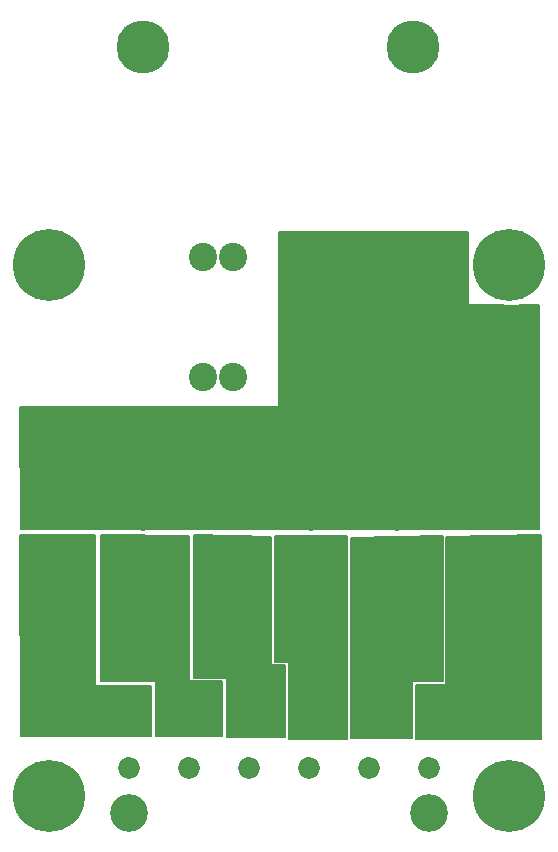
<source format=gbl>
G04 EasyPC Gerber Version 21.0.3 Build 4286 *
G04 #@! TF.Part,Single*
G04 #@! TF.FileFunction,Copper,L2,Bot *
G04 #@! TF.FilePolarity,Positive *
%FSLAX45Y45*%
%MOIN*%
%ADD10C,0.00500*%
%ADD24C,0.05000*%
G04 #@! TA.AperFunction,ComponentPad*
%ADD77C,0.07283*%
%ADD79C,0.09449*%
%ADD78C,0.12598*%
%ADD22C,0.14567*%
%ADD80C,0.17717*%
%ADD21C,0.18110*%
G04 #@! TA.AperFunction,WasherPad*
%ADD12C,0.24016*%
X0Y0D02*
D02*
D10*
X58783Y61446D02*
X40062D01*
Y111741*
X15226*
X15601Y44847*
X58783*
Y61446*
G36*
X40062*
Y111741*
X15226*
X15601Y44847*
X58783*
Y61446*
G37*
X82370Y63068D02*
X71513D01*
Y111367*
X42184Y111617*
Y63068*
X60530*
Y44722*
X82370*
Y63068*
G36*
X71513*
Y111367*
X42184Y111617*
Y63068*
X60530*
Y44722*
X82370*
Y63068*
G37*
X103462Y68310D02*
X98720D01*
Y111117*
X73010Y111617*
Y64067*
X83993*
Y44348*
X103462*
Y68310*
G36*
X98720*
Y111117*
X73010Y111617*
Y64067*
X83993*
Y44348*
X103462*
Y68310*
G37*
X104960Y69433D02*
Y43848D01*
X124304*
Y111242*
X100217Y111367*
Y69433*
X104960*
G36*
Y43848*
X124304*
Y111242*
X100217Y111367*
Y69433*
X104960*
G37*
X125428Y110618D02*
Y43973D01*
X145646*
Y63068*
X156129*
Y111242*
X125428Y110618*
G36*
Y43973*
X145646*
Y63068*
X156129*
Y111242*
X125428Y110618*
G37*
X147268Y61820D02*
Y43724D01*
X188952*
Y111741*
X157252Y110993*
Y61820*
X147268*
G36*
Y43724*
X188952*
Y111741*
X157252Y110993*
Y61820*
X147268*
G37*
X188079Y188246D02*
X181670D01*
G75*
G02X176266I-2702J12979*
G01*
X164366*
Y212832*
X101590*
Y154299*
X15102*
X15601Y113863*
X188079*
Y188246*
G36*
X181670*
G75*
G02X176266I-2702J12979*
G01*
X164366*
Y212832*
X101590*
Y154299*
X15102*
X15601Y113863*
X188079*
Y188246*
G37*
D02*
D12*
X24920Y24837D03*
Y201688D03*
X178148Y24837D03*
Y201688D03*
D02*
D21*
X28580Y85115D03*
Y141050D03*
X56287Y84241D03*
Y140176D03*
X84118Y84366D03*
Y140301D03*
X112198Y83992D03*
Y139927D03*
X140903Y84241D03*
Y140176D03*
X170731Y84491D03*
Y140426D03*
D02*
D22*
X28580Y104800D03*
Y121365D03*
X56287Y103926D03*
Y120491D03*
X84118Y104051D03*
Y120616D03*
X112198Y103677D03*
Y120242D03*
X140903Y103926D03*
Y120491D03*
X170731Y104176D03*
Y120741D03*
D02*
D24*
X28580Y85115D02*
Y104800D01*
Y141050D02*
Y121365D01*
X51341Y54213D02*
X28580D01*
Y85115*
X56287Y84241D02*
X65522D01*
Y54213*
X71341*
X56287Y84241D02*
Y103926D01*
Y140176D02*
Y141050D01*
X28580*
X56287Y140176D02*
Y120491D01*
X84118Y84366D02*
Y75673D01*
Y84366D02*
Y104051D01*
Y140301D02*
X70140D01*
Y140176*
X56287*
X84118Y140301D02*
Y120616D01*
X91341Y54213D02*
Y84366D01*
X84118*
X111341Y54213D02*
X112198D01*
Y83992*
Y103677*
Y139927D02*
Y120242D01*
X131341Y54213D02*
Y84241D01*
X140903*
Y103926*
Y140176D02*
X112448D01*
Y140301*
X84118*
X140903Y140176D02*
X112198D01*
Y139927*
X140903Y140176D02*
Y120491D01*
X151341Y54213D02*
X170731D01*
Y84491*
Y104176*
Y140426D02*
X140903D01*
Y140176*
X170731Y140426D02*
Y120741D01*
D02*
D77*
X51341Y34213D03*
Y54213D03*
X71341Y34213D03*
Y54213D03*
X91341Y34213D03*
Y54213D03*
X111341Y34213D03*
Y54213D03*
X131341Y34213D03*
Y54213D03*
X151341Y34213D03*
Y54213D03*
D02*
D78*
X51341Y19213D03*
X151341D03*
D02*
D79*
X76301Y164408D03*
Y204408D03*
X86301Y164408D03*
Y204408D03*
X116301Y164408D03*
Y204408D03*
X126301Y164408D03*
Y204408D03*
D02*
D80*
X56301Y274408D03*
X146301D03*
X0Y0D02*
M02*

</source>
